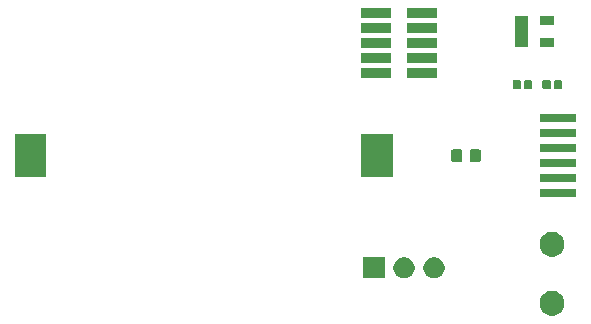
<source format=gbr>
G04 #@! TF.GenerationSoftware,KiCad,Pcbnew,(5.1.5-0-10_14)*
G04 #@! TF.CreationDate,2020-09-29T12:48:30-04:00*
G04 #@! TF.ProjectId,ESLO_RB_DEBUG,45534c4f-5f52-4425-9f44-454255472e6b,rev?*
G04 #@! TF.SameCoordinates,Original*
G04 #@! TF.FileFunction,Soldermask,Top*
G04 #@! TF.FilePolarity,Negative*
%FSLAX46Y46*%
G04 Gerber Fmt 4.6, Leading zero omitted, Abs format (unit mm)*
G04 Created by KiCad (PCBNEW (5.1.5-0-10_14)) date 2020-09-29 12:48:30*
%MOMM*%
%LPD*%
G04 APERTURE LIST*
%ADD10C,0.100000*%
G04 APERTURE END LIST*
D10*
G36*
X169806564Y-98489389D02*
G01*
X169997833Y-98568615D01*
X169997835Y-98568616D01*
X170169973Y-98683635D01*
X170316365Y-98830027D01*
X170431385Y-99002167D01*
X170510611Y-99193436D01*
X170551000Y-99396484D01*
X170551000Y-99603516D01*
X170510611Y-99806564D01*
X170431385Y-99997833D01*
X170431384Y-99997835D01*
X170316365Y-100169973D01*
X170169973Y-100316365D01*
X169997835Y-100431384D01*
X169997834Y-100431385D01*
X169997833Y-100431385D01*
X169806564Y-100510611D01*
X169603516Y-100551000D01*
X169396484Y-100551000D01*
X169193436Y-100510611D01*
X169002167Y-100431385D01*
X169002166Y-100431385D01*
X169002165Y-100431384D01*
X168830027Y-100316365D01*
X168683635Y-100169973D01*
X168568616Y-99997835D01*
X168568615Y-99997833D01*
X168489389Y-99806564D01*
X168449000Y-99603516D01*
X168449000Y-99396484D01*
X168489389Y-99193436D01*
X168568615Y-99002167D01*
X168683635Y-98830027D01*
X168830027Y-98683635D01*
X169002165Y-98568616D01*
X169002167Y-98568615D01*
X169193436Y-98489389D01*
X169396484Y-98449000D01*
X169603516Y-98449000D01*
X169806564Y-98489389D01*
G37*
G36*
X159613512Y-95603927D02*
G01*
X159762812Y-95633624D01*
X159926784Y-95701544D01*
X160074354Y-95800147D01*
X160199853Y-95925646D01*
X160298456Y-96073216D01*
X160366376Y-96237188D01*
X160401000Y-96411259D01*
X160401000Y-96588741D01*
X160366376Y-96762812D01*
X160298456Y-96926784D01*
X160199853Y-97074354D01*
X160074354Y-97199853D01*
X159926784Y-97298456D01*
X159762812Y-97366376D01*
X159613512Y-97396073D01*
X159588742Y-97401000D01*
X159411258Y-97401000D01*
X159386488Y-97396073D01*
X159237188Y-97366376D01*
X159073216Y-97298456D01*
X158925646Y-97199853D01*
X158800147Y-97074354D01*
X158701544Y-96926784D01*
X158633624Y-96762812D01*
X158599000Y-96588741D01*
X158599000Y-96411259D01*
X158633624Y-96237188D01*
X158701544Y-96073216D01*
X158800147Y-95925646D01*
X158925646Y-95800147D01*
X159073216Y-95701544D01*
X159237188Y-95633624D01*
X159386488Y-95603927D01*
X159411258Y-95599000D01*
X159588742Y-95599000D01*
X159613512Y-95603927D01*
G37*
G36*
X157073512Y-95603927D02*
G01*
X157222812Y-95633624D01*
X157386784Y-95701544D01*
X157534354Y-95800147D01*
X157659853Y-95925646D01*
X157758456Y-96073216D01*
X157826376Y-96237188D01*
X157861000Y-96411259D01*
X157861000Y-96588741D01*
X157826376Y-96762812D01*
X157758456Y-96926784D01*
X157659853Y-97074354D01*
X157534354Y-97199853D01*
X157386784Y-97298456D01*
X157222812Y-97366376D01*
X157073512Y-97396073D01*
X157048742Y-97401000D01*
X156871258Y-97401000D01*
X156846488Y-97396073D01*
X156697188Y-97366376D01*
X156533216Y-97298456D01*
X156385646Y-97199853D01*
X156260147Y-97074354D01*
X156161544Y-96926784D01*
X156093624Y-96762812D01*
X156059000Y-96588741D01*
X156059000Y-96411259D01*
X156093624Y-96237188D01*
X156161544Y-96073216D01*
X156260147Y-95925646D01*
X156385646Y-95800147D01*
X156533216Y-95701544D01*
X156697188Y-95633624D01*
X156846488Y-95603927D01*
X156871258Y-95599000D01*
X157048742Y-95599000D01*
X157073512Y-95603927D01*
G37*
G36*
X155321000Y-97401000D02*
G01*
X153519000Y-97401000D01*
X153519000Y-95599000D01*
X155321000Y-95599000D01*
X155321000Y-97401000D01*
G37*
G36*
X169806564Y-93489389D02*
G01*
X169997833Y-93568615D01*
X169997835Y-93568616D01*
X170169973Y-93683635D01*
X170316365Y-93830027D01*
X170431385Y-94002167D01*
X170510611Y-94193436D01*
X170551000Y-94396484D01*
X170551000Y-94603516D01*
X170510611Y-94806564D01*
X170431385Y-94997833D01*
X170431384Y-94997835D01*
X170316365Y-95169973D01*
X170169973Y-95316365D01*
X169997835Y-95431384D01*
X169997834Y-95431385D01*
X169997833Y-95431385D01*
X169806564Y-95510611D01*
X169603516Y-95551000D01*
X169396484Y-95551000D01*
X169193436Y-95510611D01*
X169002167Y-95431385D01*
X169002166Y-95431385D01*
X169002165Y-95431384D01*
X168830027Y-95316365D01*
X168683635Y-95169973D01*
X168568616Y-94997835D01*
X168568615Y-94997833D01*
X168489389Y-94806564D01*
X168449000Y-94603516D01*
X168449000Y-94396484D01*
X168489389Y-94193436D01*
X168568615Y-94002167D01*
X168683635Y-93830027D01*
X168830027Y-93683635D01*
X169002165Y-93568616D01*
X169002167Y-93568615D01*
X169193436Y-93489389D01*
X169396484Y-93449000D01*
X169603516Y-93449000D01*
X169806564Y-93489389D01*
G37*
G36*
X171551000Y-90526000D02*
G01*
X168449000Y-90526000D01*
X168449000Y-89824000D01*
X171551000Y-89824000D01*
X171551000Y-90526000D01*
G37*
G36*
X171551000Y-89256000D02*
G01*
X168449000Y-89256000D01*
X168449000Y-88554000D01*
X171551000Y-88554000D01*
X171551000Y-89256000D01*
G37*
G36*
X156001000Y-88806000D02*
G01*
X153359000Y-88806000D01*
X153359000Y-85194000D01*
X156001000Y-85194000D01*
X156001000Y-88806000D01*
G37*
G36*
X126641000Y-88806000D02*
G01*
X123999000Y-88806000D01*
X123999000Y-85194000D01*
X126641000Y-85194000D01*
X126641000Y-88806000D01*
G37*
G36*
X171551000Y-87986000D02*
G01*
X168449000Y-87986000D01*
X168449000Y-87284000D01*
X171551000Y-87284000D01*
X171551000Y-87986000D01*
G37*
G36*
X163342091Y-86478085D02*
G01*
X163376069Y-86488393D01*
X163407390Y-86505134D01*
X163434839Y-86527661D01*
X163457366Y-86555110D01*
X163474107Y-86586431D01*
X163484415Y-86620409D01*
X163488500Y-86661890D01*
X163488500Y-87338110D01*
X163484415Y-87379591D01*
X163474107Y-87413569D01*
X163457366Y-87444890D01*
X163434839Y-87472339D01*
X163407390Y-87494866D01*
X163376069Y-87511607D01*
X163342091Y-87521915D01*
X163300610Y-87526000D01*
X162699390Y-87526000D01*
X162657909Y-87521915D01*
X162623931Y-87511607D01*
X162592610Y-87494866D01*
X162565161Y-87472339D01*
X162542634Y-87444890D01*
X162525893Y-87413569D01*
X162515585Y-87379591D01*
X162511500Y-87338110D01*
X162511500Y-86661890D01*
X162515585Y-86620409D01*
X162525893Y-86586431D01*
X162542634Y-86555110D01*
X162565161Y-86527661D01*
X162592610Y-86505134D01*
X162623931Y-86488393D01*
X162657909Y-86478085D01*
X162699390Y-86474000D01*
X163300610Y-86474000D01*
X163342091Y-86478085D01*
G37*
G36*
X161767091Y-86478085D02*
G01*
X161801069Y-86488393D01*
X161832390Y-86505134D01*
X161859839Y-86527661D01*
X161882366Y-86555110D01*
X161899107Y-86586431D01*
X161909415Y-86620409D01*
X161913500Y-86661890D01*
X161913500Y-87338110D01*
X161909415Y-87379591D01*
X161899107Y-87413569D01*
X161882366Y-87444890D01*
X161859839Y-87472339D01*
X161832390Y-87494866D01*
X161801069Y-87511607D01*
X161767091Y-87521915D01*
X161725610Y-87526000D01*
X161124390Y-87526000D01*
X161082909Y-87521915D01*
X161048931Y-87511607D01*
X161017610Y-87494866D01*
X160990161Y-87472339D01*
X160967634Y-87444890D01*
X160950893Y-87413569D01*
X160940585Y-87379591D01*
X160936500Y-87338110D01*
X160936500Y-86661890D01*
X160940585Y-86620409D01*
X160950893Y-86586431D01*
X160967634Y-86555110D01*
X160990161Y-86527661D01*
X161017610Y-86505134D01*
X161048931Y-86488393D01*
X161082909Y-86478085D01*
X161124390Y-86474000D01*
X161725610Y-86474000D01*
X161767091Y-86478085D01*
G37*
G36*
X171551000Y-86716000D02*
G01*
X168449000Y-86716000D01*
X168449000Y-86014000D01*
X171551000Y-86014000D01*
X171551000Y-86716000D01*
G37*
G36*
X171551000Y-85446000D02*
G01*
X168449000Y-85446000D01*
X168449000Y-84744000D01*
X171551000Y-84744000D01*
X171551000Y-85446000D01*
G37*
G36*
X171551000Y-84176000D02*
G01*
X168449000Y-84176000D01*
X168449000Y-83474000D01*
X171551000Y-83474000D01*
X171551000Y-84176000D01*
G37*
G36*
X170256938Y-80631716D02*
G01*
X170277557Y-80637971D01*
X170296553Y-80648124D01*
X170313208Y-80661792D01*
X170326876Y-80678447D01*
X170337029Y-80697443D01*
X170343284Y-80718062D01*
X170346000Y-80745640D01*
X170346000Y-81254360D01*
X170343284Y-81281938D01*
X170337029Y-81302557D01*
X170326876Y-81321553D01*
X170313208Y-81338208D01*
X170296553Y-81351876D01*
X170277557Y-81362029D01*
X170256938Y-81368284D01*
X170229360Y-81371000D01*
X169770640Y-81371000D01*
X169743062Y-81368284D01*
X169722443Y-81362029D01*
X169703447Y-81351876D01*
X169686792Y-81338208D01*
X169673124Y-81321553D01*
X169662971Y-81302557D01*
X169656716Y-81281938D01*
X169654000Y-81254360D01*
X169654000Y-80745640D01*
X169656716Y-80718062D01*
X169662971Y-80697443D01*
X169673124Y-80678447D01*
X169686792Y-80661792D01*
X169703447Y-80648124D01*
X169722443Y-80637971D01*
X169743062Y-80631716D01*
X169770640Y-80629000D01*
X170229360Y-80629000D01*
X170256938Y-80631716D01*
G37*
G36*
X166756938Y-80631716D02*
G01*
X166777557Y-80637971D01*
X166796553Y-80648124D01*
X166813208Y-80661792D01*
X166826876Y-80678447D01*
X166837029Y-80697443D01*
X166843284Y-80718062D01*
X166846000Y-80745640D01*
X166846000Y-81254360D01*
X166843284Y-81281938D01*
X166837029Y-81302557D01*
X166826876Y-81321553D01*
X166813208Y-81338208D01*
X166796553Y-81351876D01*
X166777557Y-81362029D01*
X166756938Y-81368284D01*
X166729360Y-81371000D01*
X166270640Y-81371000D01*
X166243062Y-81368284D01*
X166222443Y-81362029D01*
X166203447Y-81351876D01*
X166186792Y-81338208D01*
X166173124Y-81321553D01*
X166162971Y-81302557D01*
X166156716Y-81281938D01*
X166154000Y-81254360D01*
X166154000Y-80745640D01*
X166156716Y-80718062D01*
X166162971Y-80697443D01*
X166173124Y-80678447D01*
X166186792Y-80661792D01*
X166203447Y-80648124D01*
X166222443Y-80637971D01*
X166243062Y-80631716D01*
X166270640Y-80629000D01*
X166729360Y-80629000D01*
X166756938Y-80631716D01*
G37*
G36*
X169286938Y-80631716D02*
G01*
X169307557Y-80637971D01*
X169326553Y-80648124D01*
X169343208Y-80661792D01*
X169356876Y-80678447D01*
X169367029Y-80697443D01*
X169373284Y-80718062D01*
X169376000Y-80745640D01*
X169376000Y-81254360D01*
X169373284Y-81281938D01*
X169367029Y-81302557D01*
X169356876Y-81321553D01*
X169343208Y-81338208D01*
X169326553Y-81351876D01*
X169307557Y-81362029D01*
X169286938Y-81368284D01*
X169259360Y-81371000D01*
X168800640Y-81371000D01*
X168773062Y-81368284D01*
X168752443Y-81362029D01*
X168733447Y-81351876D01*
X168716792Y-81338208D01*
X168703124Y-81321553D01*
X168692971Y-81302557D01*
X168686716Y-81281938D01*
X168684000Y-81254360D01*
X168684000Y-80745640D01*
X168686716Y-80718062D01*
X168692971Y-80697443D01*
X168703124Y-80678447D01*
X168716792Y-80661792D01*
X168733447Y-80648124D01*
X168752443Y-80637971D01*
X168773062Y-80631716D01*
X168800640Y-80629000D01*
X169259360Y-80629000D01*
X169286938Y-80631716D01*
G37*
G36*
X167726938Y-80631716D02*
G01*
X167747557Y-80637971D01*
X167766553Y-80648124D01*
X167783208Y-80661792D01*
X167796876Y-80678447D01*
X167807029Y-80697443D01*
X167813284Y-80718062D01*
X167816000Y-80745640D01*
X167816000Y-81254360D01*
X167813284Y-81281938D01*
X167807029Y-81302557D01*
X167796876Y-81321553D01*
X167783208Y-81338208D01*
X167766553Y-81351876D01*
X167747557Y-81362029D01*
X167726938Y-81368284D01*
X167699360Y-81371000D01*
X167240640Y-81371000D01*
X167213062Y-81368284D01*
X167192443Y-81362029D01*
X167173447Y-81351876D01*
X167156792Y-81338208D01*
X167143124Y-81321553D01*
X167132971Y-81302557D01*
X167126716Y-81281938D01*
X167124000Y-81254360D01*
X167124000Y-80745640D01*
X167126716Y-80718062D01*
X167132971Y-80697443D01*
X167143124Y-80678447D01*
X167156792Y-80661792D01*
X167173447Y-80648124D01*
X167192443Y-80637971D01*
X167213062Y-80631716D01*
X167240640Y-80629000D01*
X167699360Y-80629000D01*
X167726938Y-80631716D01*
G37*
G36*
X155851000Y-80461000D02*
G01*
X153349000Y-80461000D01*
X153349000Y-79619000D01*
X155851000Y-79619000D01*
X155851000Y-80461000D01*
G37*
G36*
X159751000Y-80461000D02*
G01*
X157249000Y-80461000D01*
X157249000Y-79619000D01*
X159751000Y-79619000D01*
X159751000Y-80461000D01*
G37*
G36*
X155851000Y-79191000D02*
G01*
X153349000Y-79191000D01*
X153349000Y-78349000D01*
X155851000Y-78349000D01*
X155851000Y-79191000D01*
G37*
G36*
X159751000Y-79191000D02*
G01*
X157249000Y-79191000D01*
X157249000Y-78349000D01*
X159751000Y-78349000D01*
X159751000Y-79191000D01*
G37*
G36*
X155851000Y-77921000D02*
G01*
X153349000Y-77921000D01*
X153349000Y-77079000D01*
X155851000Y-77079000D01*
X155851000Y-77921000D01*
G37*
G36*
X159751000Y-77921000D02*
G01*
X157249000Y-77921000D01*
X157249000Y-77079000D01*
X159751000Y-77079000D01*
X159751000Y-77921000D01*
G37*
G36*
X169681000Y-77826000D02*
G01*
X168519000Y-77826000D01*
X168519000Y-77074000D01*
X169681000Y-77074000D01*
X169681000Y-77826000D01*
G37*
G36*
X167481000Y-77826000D02*
G01*
X166319000Y-77826000D01*
X166319000Y-75174000D01*
X167481000Y-75174000D01*
X167481000Y-77826000D01*
G37*
G36*
X159751000Y-76651000D02*
G01*
X157249000Y-76651000D01*
X157249000Y-75809000D01*
X159751000Y-75809000D01*
X159751000Y-76651000D01*
G37*
G36*
X155851000Y-76651000D02*
G01*
X153349000Y-76651000D01*
X153349000Y-75809000D01*
X155851000Y-75809000D01*
X155851000Y-76651000D01*
G37*
G36*
X169681000Y-75926000D02*
G01*
X168519000Y-75926000D01*
X168519000Y-75174000D01*
X169681000Y-75174000D01*
X169681000Y-75926000D01*
G37*
G36*
X159751000Y-75381000D02*
G01*
X157249000Y-75381000D01*
X157249000Y-74539000D01*
X159751000Y-74539000D01*
X159751000Y-75381000D01*
G37*
G36*
X155851000Y-75381000D02*
G01*
X153349000Y-75381000D01*
X153349000Y-74539000D01*
X155851000Y-74539000D01*
X155851000Y-75381000D01*
G37*
M02*

</source>
